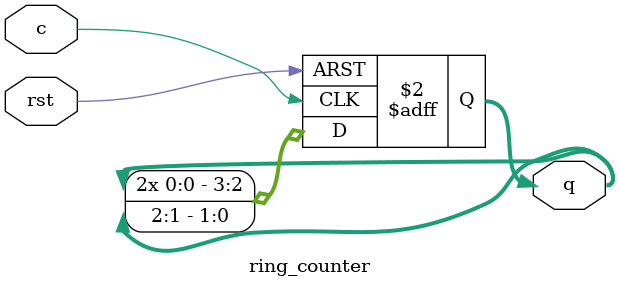
<source format=v>
`timescale 1ns / 1ps


module ring_counter(c, rst,q);
    input c;
    input rst;
    output [3:0]q;

    reg [3:0]q;
    wire c;
    wire rst;
 
    always @ (posedge (c) or posedge (rst)) begin
        if(rst)
            q = 4'b1000;
        else
            q[3]<=q[0];
            q[2]<=q[3];
            q[1]<=q[2];
            q[0]<=q[1];
    end   
endmodule

</source>
